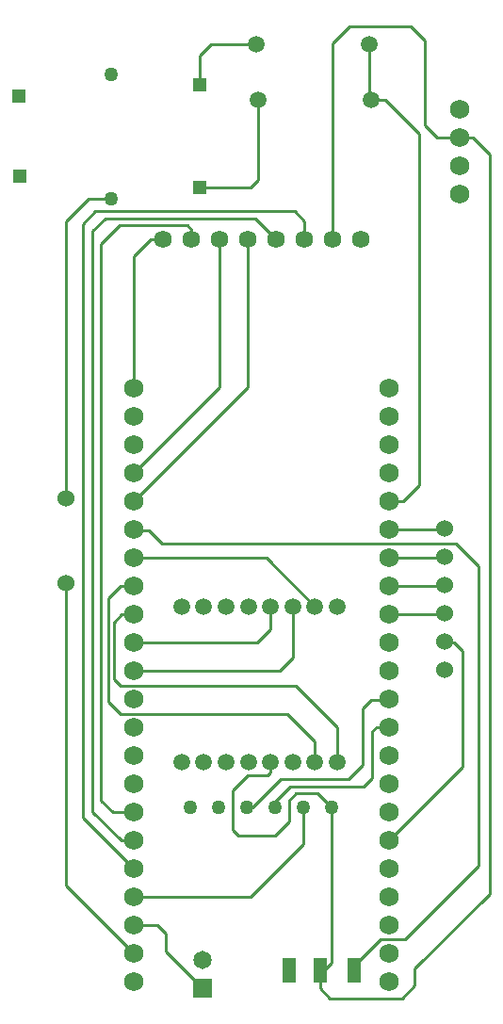
<source format=gtl>
G04 Layer: TopLayer*
G04 EasyEDA v6.5.47, 2024-12-05 12:15:10*
G04 a8db0baa4c074055b0eece098b67d136,1af081c9d9ee461384659aa0797497b1,10*
G04 Gerber Generator version 0.2*
G04 Scale: 100 percent, Rotated: No, Reflected: No *
G04 Dimensions in millimeters *
G04 leading zeros omitted , absolute positions ,4 integer and 5 decimal *
%FSLAX45Y45*%
%MOMM*%

%ADD10C,0.2540*%
%ADD11C,1.5900*%
%ADD12C,1.2600*%
%ADD13R,1.2600X1.2600*%
%ADD14R,1.2116X2.1819*%
%ADD15R,1.6510X1.6510*%
%ADD16C,1.6510*%
%ADD17C,1.5000*%
%ADD18C,1.5240*%
%ADD19C,1.7500*%
%ADD20C,1.7500*%

%LPD*%
D10*
X1650237Y4668012D02*
G01*
X1543812Y4668012D01*
X1473200Y4597400D01*
X1473200Y4089400D01*
X1536700Y4025900D01*
X3111500Y4025900D01*
X3479800Y3657600D01*
X3481324Y3338576D01*
X1650111Y4921986D02*
G01*
X1531086Y4921986D01*
X1422400Y4813300D01*
X1422400Y3886200D01*
X1536700Y3771900D01*
X3035300Y3771900D01*
X3276600Y3530600D01*
X3276600Y3343300D01*
X3281299Y3338601D01*
X1650237Y4414012D02*
G01*
X2763011Y4414012D01*
X2882900Y4533900D01*
X2881375Y4738623D01*
X1650111Y4159986D02*
G01*
X2966186Y4159986D01*
X3086100Y4279900D01*
X3086100Y4733797D01*
X3081299Y4738598D01*
X2667000Y2934588D02*
G01*
X2718688Y2934588D01*
X2971800Y3187700D01*
X3581400Y3187700D01*
X3708400Y3314700D01*
X3708400Y3822700D01*
X3784600Y3898900D01*
X3943019Y3898900D01*
X3950106Y3905986D01*
X2921000Y2934588D02*
G01*
X2921000Y2984500D01*
X3060700Y3124200D01*
X3721100Y3124200D01*
X3797300Y3200400D01*
X3797300Y3619500D01*
X3835400Y3657600D01*
X3944493Y3657600D01*
X3950106Y3651986D01*
X3950106Y2635986D02*
G01*
X4610100Y3295980D01*
X4610100Y4343400D01*
X4533900Y4419600D01*
X4452391Y4419600D01*
X4445000Y4426991D01*
X3441700Y8043392D02*
G01*
X3441700Y9804400D01*
X3594100Y9956800D01*
X4140200Y9956800D01*
X4267200Y9829800D01*
X4267200Y9067800D01*
X4381500Y8953500D01*
X4584700Y8953500D01*
X2247900Y9425000D02*
G01*
X2247900Y9690100D01*
X2349500Y9791700D01*
X2755900Y9791700D01*
X2247900Y8507399D02*
G01*
X2703499Y8507399D01*
X2768600Y8572500D01*
X2768600Y9296400D01*
X1650111Y2889986D02*
G01*
X1466113Y2889986D01*
X1358900Y2997200D01*
X1358900Y8001000D01*
X1524000Y8166100D01*
X2133600Y8166100D01*
X2171700Y8128000D01*
X2171700Y8043392D01*
X1650237Y2636012D02*
G01*
X1542287Y2636012D01*
X1282700Y2895600D01*
X1282700Y8115300D01*
X1397000Y8229600D01*
X2747518Y8229600D01*
X2933700Y8043418D01*
X1650237Y2382012D02*
G01*
X1193800Y2838195D01*
X1193800Y8178800D01*
X1308100Y8293100D01*
X3098800Y8293100D01*
X3187700Y8204200D01*
X3187700Y8043418D01*
X1650111Y5683986D02*
G01*
X2679700Y6713575D01*
X2679700Y8043392D01*
X1650111Y5937986D02*
G01*
X2425700Y6713575D01*
X2425700Y8043392D01*
X1650111Y6699986D02*
G01*
X1650111Y7885811D01*
X1803400Y8039100D01*
X1913407Y8039100D01*
X1917700Y8043392D01*
X1041400Y5715000D02*
G01*
X1041400Y8204200D01*
X1244600Y8407400D01*
X1447901Y8407400D01*
X3281299Y4738598D02*
G01*
X2843911Y5175986D01*
X1650111Y5175986D01*
X1650111Y2127986D02*
G01*
X2699486Y2127986D01*
X3175000Y2603500D01*
X3175000Y2934588D01*
X3950106Y4667986D02*
G01*
X4431995Y4667986D01*
X4445000Y4680991D01*
X3950106Y4921986D02*
G01*
X4431995Y4921986D01*
X4445000Y4934991D01*
X3950106Y5175986D02*
G01*
X4431995Y5175986D01*
X4445000Y5188991D01*
X3950106Y5429986D02*
G01*
X4431995Y5429986D01*
X4445000Y5442991D01*
X3429000Y2934462D02*
G01*
X3303015Y3060700D01*
X3111500Y3060700D01*
X3048000Y2997200D01*
X3048000Y2806700D01*
X2921000Y2679700D01*
X2590800Y2679700D01*
X2540000Y2730500D01*
X2540000Y3086100D01*
X2679700Y3225800D01*
X2857500Y3225800D01*
X2881375Y3249676D01*
X2881375Y3338576D01*
X1650111Y1619986D02*
G01*
X1041400Y2228697D01*
X1041400Y4953000D01*
X3771900Y9309100D02*
G01*
X3771900Y9791700D01*
X2273300Y1308102D02*
G01*
X1943100Y1638300D01*
X1943100Y1803400D01*
X1866900Y1879600D01*
X1655724Y1879600D01*
X1650111Y1873986D01*
X3327400Y1473200D02*
G01*
X3365500Y1473200D01*
X3429000Y1536700D01*
X3429000Y2934588D01*
X4584700Y8953500D02*
G01*
X4699000Y8953500D01*
X4851400Y8801100D01*
X4851400Y2159000D01*
X4178300Y1485900D01*
X4178300Y1333500D01*
X4064000Y1219200D01*
X3416300Y1219200D01*
X3327400Y1308100D01*
X3327400Y1473200D01*
X3784600Y9296400D02*
G01*
X3911600Y9296400D01*
X4216400Y8991600D01*
X4216400Y5829300D01*
X4076700Y5689600D01*
X3955719Y5689600D01*
X3950106Y5683986D01*
X3632200Y1473200D02*
G01*
X3632200Y1511300D01*
X3873500Y1752600D01*
X4089400Y1752600D01*
X4749800Y2413000D01*
X4749800Y5105400D01*
X4546600Y5308600D01*
X1905000Y5308600D01*
X1790700Y5422900D01*
X1657197Y5422900D01*
X1650111Y5429986D01*
D11*
G01*
X1917700Y8043392D03*
G01*
X2171700Y8043392D03*
G01*
X2425700Y8043392D03*
G01*
X2679700Y8043392D03*
G01*
X2933700Y8043392D03*
G01*
X3187700Y8043392D03*
G01*
X3441700Y8043392D03*
G01*
X3695700Y8043392D03*
D12*
G01*
X1447901Y8407400D03*
G01*
X1447901Y9525000D03*
D13*
G01*
X2247900Y8507399D03*
G01*
X2247900Y9425000D03*
G01*
X626694Y8607399D03*
G01*
X620699Y9325000D03*
D14*
G01*
X3048000Y1473200D03*
G01*
X3327400Y1473200D03*
G01*
X3632200Y1473200D03*
D15*
G01*
X2273300Y1308100D03*
D16*
G01*
X2273300Y1562100D03*
D17*
G01*
X2081301Y3338601D03*
G01*
X2281300Y3338601D03*
G01*
X2481300Y3338601D03*
G01*
X2681300Y3338601D03*
G01*
X2881299Y3338601D03*
G01*
X3081299Y3338601D03*
G01*
X3281299Y3338601D03*
G01*
X3481298Y3338601D03*
G01*
X3481298Y4738598D03*
G01*
X3281299Y4738598D03*
G01*
X3081299Y4738598D03*
G01*
X2881299Y4738598D03*
G01*
X2681300Y4738598D03*
G01*
X2481300Y4738598D03*
G01*
X2281300Y4738598D03*
G01*
X2081301Y4738598D03*
G01*
X2755900Y9791700D03*
G01*
X3771900Y9791700D03*
G01*
X3784600Y9296400D03*
G01*
X2768600Y9296400D03*
D18*
G01*
X4445000Y5442991D03*
G01*
X4445000Y5188991D03*
G01*
X4445000Y4934991D03*
G01*
X4445000Y4680991D03*
G01*
X4445000Y4426991D03*
G01*
X4445000Y4172991D03*
D19*
G01*
X1650111Y6699986D03*
G01*
X1650111Y6445986D03*
G01*
X1650111Y6191986D03*
G01*
X1650111Y5937986D03*
G01*
X1650111Y5683986D03*
G01*
X1650111Y5429986D03*
G01*
X1650111Y5175986D03*
G01*
X1650111Y4921986D03*
G01*
X1650111Y4667986D03*
G01*
X1650111Y4413986D03*
G01*
X1650111Y4159986D03*
G01*
X1650111Y3905986D03*
G01*
X1650111Y3651986D03*
G01*
X1650111Y3397986D03*
G01*
X1650111Y3143986D03*
G01*
X1650111Y2889986D03*
G01*
X1650111Y2635986D03*
G01*
X1650111Y2381986D03*
G01*
X1650111Y2127986D03*
G01*
X1650111Y1873986D03*
G01*
X1650111Y1619986D03*
G01*
X1650111Y1365986D03*
G01*
X3950106Y1365986D03*
G01*
X3950106Y1619986D03*
G01*
X3950106Y1873986D03*
G01*
X3950106Y2127986D03*
G01*
X3950106Y2381986D03*
G01*
X3950106Y2635986D03*
G01*
X3950106Y2889986D03*
G01*
X3950106Y3143986D03*
G01*
X3950106Y3397986D03*
G01*
X3950106Y3651986D03*
G01*
X3950106Y3905986D03*
G01*
X3950106Y4159986D03*
G01*
X3950106Y4413986D03*
G01*
X3950106Y4667986D03*
G01*
X3950106Y4921986D03*
G01*
X3950106Y5175986D03*
G01*
X3950106Y5429986D03*
G01*
X3950106Y5683986D03*
G01*
X3950106Y5937986D03*
G01*
X3950106Y6191986D03*
G01*
X3950106Y6445986D03*
G01*
X3950106Y6699986D03*
D12*
G01*
X2159000Y2934588D03*
G01*
X2413000Y2934588D03*
G01*
X2667000Y2934588D03*
G01*
X2921000Y2934588D03*
G01*
X3175000Y2934588D03*
G01*
X3429000Y2934588D03*
D19*
G01*
X4584700Y8445500D03*
D20*
G01*
X4584700Y8699500D03*
G01*
X4584700Y8953500D03*
G01*
X4584700Y9207500D03*
D18*
G01*
X1041400Y4953000D03*
G01*
X1041400Y5715000D03*
M02*

</source>
